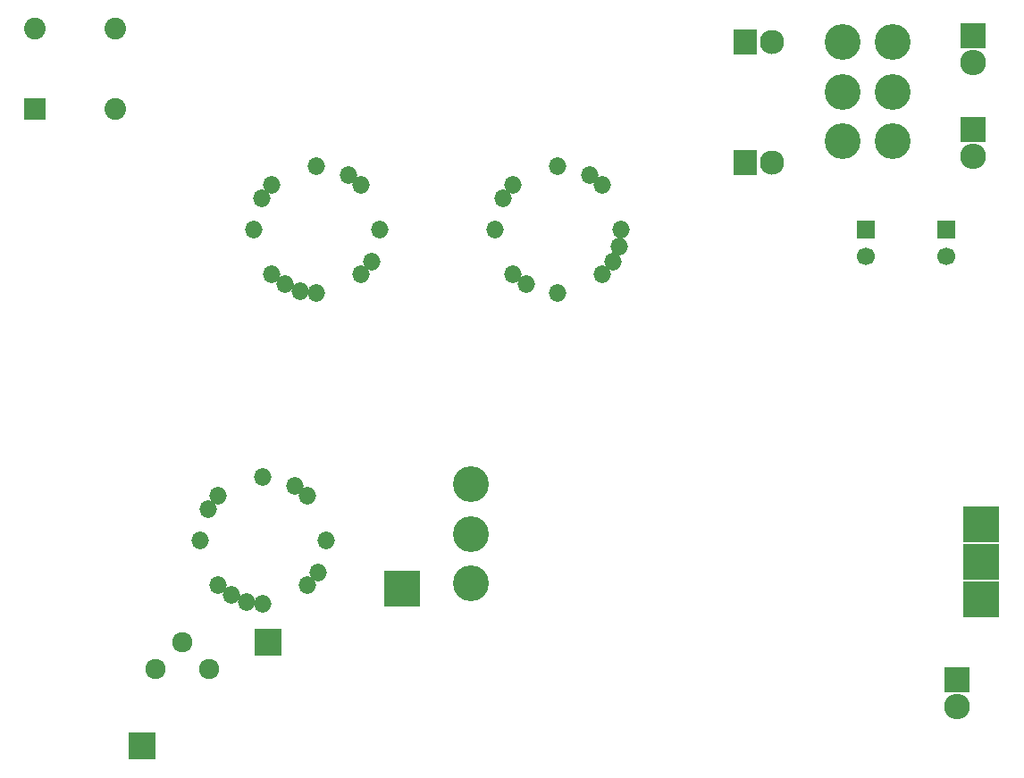
<source format=gbs>
G04 #@! TF.FileFunction,Soldermask,Bot*
%FSLAX46Y46*%
G04 Gerber Fmt 4.6, Leading zero omitted, Abs format (unit mm)*
G04 Created by KiCad (PCBNEW 4.0.5) date Thursday, March 30, 2017 'AMt' 07:23:23 AM*
%MOMM*%
%LPD*%
G01*
G04 APERTURE LIST*
%ADD10C,0.100000*%
%ADD11C,1.924000*%
%ADD12R,3.400000X3.400000*%
%ADD13C,1.700000*%
%ADD14R,1.700000X1.700000*%
%ADD15R,2.635200X2.635200*%
%ADD16R,2.432000X2.432000*%
%ADD17O,2.432000X2.432000*%
%ADD18R,2.051000X2.051000*%
%ADD19C,2.051000*%
%ADD20R,2.300000X2.400000*%
%ADD21C,2.300000*%
%ADD22O,1.670000X1.670000*%
%ADD23C,3.400000*%
G04 APERTURE END LIST*
D10*
D11*
X91440000Y-150876000D03*
X88900000Y-148336000D03*
X86360000Y-150876000D03*
D12*
X164592000Y-140716000D03*
X164592000Y-137160000D03*
X164592000Y-144272000D03*
X109728000Y-143256000D03*
D13*
X161290000Y-111720000D03*
D14*
X161290000Y-109220000D03*
D15*
X85090000Y-158115000D03*
X97028000Y-148336000D03*
D16*
X162306000Y-151892000D03*
D17*
X162306000Y-154432000D03*
D18*
X74930000Y-97790000D03*
D19*
X74930000Y-90170000D03*
X82550000Y-90170000D03*
X82550000Y-97790000D03*
D20*
X142240000Y-102870000D03*
D21*
X144780000Y-102870000D03*
D20*
X142240000Y-91440000D03*
D21*
X144780000Y-91440000D03*
D13*
X153670000Y-111720000D03*
D14*
X153670000Y-109220000D03*
D16*
X163830000Y-99695000D03*
D17*
X163830000Y-102235000D03*
D16*
X163830000Y-90805000D03*
D17*
X163830000Y-93345000D03*
D22*
X94968536Y-144474145D03*
X93522800Y-143875302D03*
X92281320Y-142922680D03*
X90525600Y-138684000D03*
X91328698Y-135686800D03*
X92281320Y-134445320D03*
X96520000Y-132689600D03*
X99517199Y-133492698D03*
X100758680Y-134445320D03*
X102514400Y-138684000D03*
X101711302Y-141681199D03*
X100758680Y-142922680D03*
X96520000Y-144678400D03*
X100048536Y-115010145D03*
X98602800Y-114411302D03*
X97361320Y-113458680D03*
X95605600Y-109220000D03*
X96408698Y-106222800D03*
X97361320Y-104981320D03*
X101600000Y-103225600D03*
X104597199Y-104028698D03*
X105838680Y-104981320D03*
X107594400Y-109220000D03*
X106791302Y-112217199D03*
X105838680Y-113458680D03*
X101600000Y-115214400D03*
X130250145Y-110771464D03*
X129651302Y-112217200D03*
X128698680Y-113458680D03*
X124460000Y-115214400D03*
X121462800Y-114411302D03*
X120221320Y-113458680D03*
X118465600Y-109220000D03*
X119268698Y-106222801D03*
X120221320Y-104981320D03*
X124460000Y-103225600D03*
X127457199Y-104028698D03*
X128698680Y-104981320D03*
X130454400Y-109220000D03*
D23*
X151409400Y-100838000D03*
X156210000Y-100838000D03*
X151409400Y-96139000D03*
X156210000Y-96139000D03*
X151409400Y-91440000D03*
X156210000Y-91440000D03*
X116205000Y-142748000D03*
X116205000Y-138049000D03*
X116205000Y-133350000D03*
M02*

</source>
